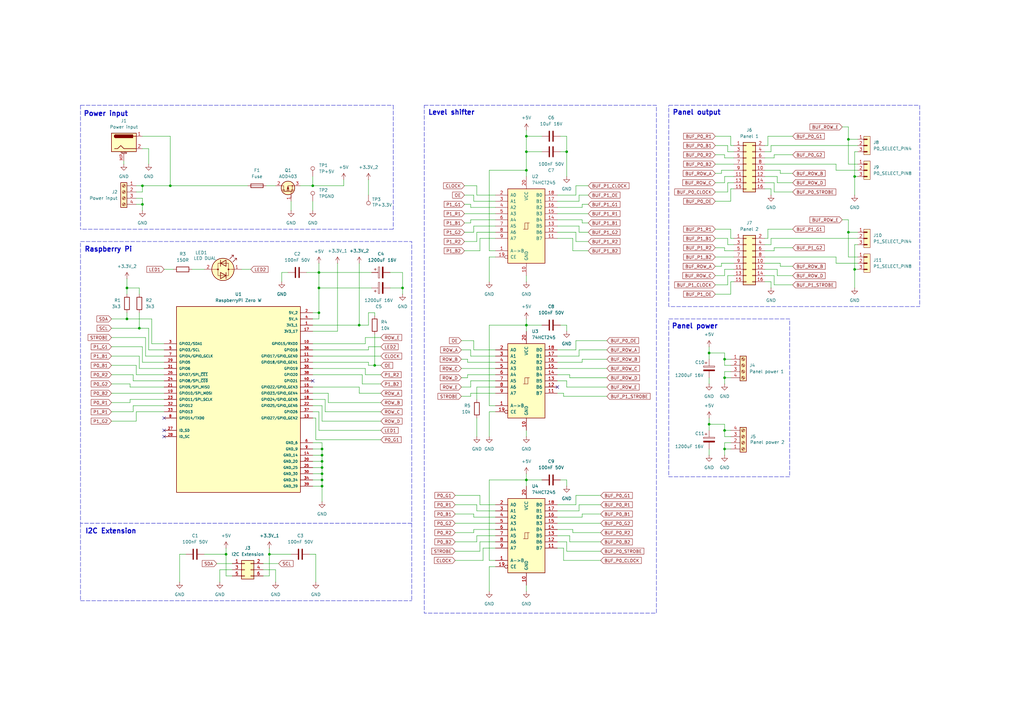
<source format=kicad_sch>
(kicad_sch (version 20231120) (generator "eeschema") (generator_version "8.0")
  (paper "A3")
  (title_block (title "HUB75(E) LED-Matrix Adapter") (date "10.02.2025") (rev "V1.0") (company "Marc Schöndorf"))
  (junction (at 215.9 55.88))
  (junction (at 58.42 83.82))
  (junction (at 290.83 173.99))
  (junction (at 297.18 184.15))
  (junction (at 215.9 69.85))
  (junction (at 165.1 118.11))
  (junction (at 347.98 57.15))
  (junction (at 215.9 133.35))
  (junction (at 52.07 130.81))
  (junction (at 297.18 147.32))
  (junction (at 57.15 134.62))
  (junction (at 132.08 184.15))
  (junction (at 130.81 128.27))
  (junction (at 132.08 196.85))
  (junction (at 69.85 76.2))
  (junction (at 215.9 196.85))
  (junction (at 347.98 95.25))
  (junction (at 147.32 133.35))
  (junction (at 130.81 118.11))
  (junction (at 132.08 194.31))
  (junction (at 110.49 227.33))
  (junction (at 132.08 199.39))
  (junction (at 92.71 227.33))
  (junction (at 350.52 110.49))
  (junction (at 290.83 144.78))
  (junction (at 132.08 189.23))
  (junction (at 232.41 62.23))
  (junction (at 297.18 176.53))
  (junction (at 132.08 191.77))
  (junction (at 132.08 186.69))
  (junction (at 350.52 72.39))
  (junction (at 52.07 118.11))
  (junction (at 153.67 149.86))
  (junction (at 128.27 76.2))
  (junction (at 58.42 76.2))
  (junction (at 215.9 62.23))
  (junction (at 297.18 154.94))
  (junction (at 130.81 111.76))
  (no_connect (at 67.31 171.45))
  (no_connect (at 67.31 179.07))
  (no_connect (at 128.27 156.21))
  (no_connect (at 67.31 176.53))
  (no_connect (at 228.6 158.75))
  (wire (pts (xy 52.07 118.11) (xy 52.07 120.65)))
  (wire (pts (xy 236.22 203.2) (xy 246.38 203.2)))
  (wire (pts (xy 318.77 110.49) (xy 318.77 113.03)))
  (wire (pts (xy 297.18 74.93) (xy 297.18 72.39)))
  (wire (pts (xy 313.69 67.31) (xy 342.9 67.31)))
  (wire (pts (xy 186.69 207.01) (xy 195.58 207.01)))
  (wire (pts (xy 110.49 227.33) (xy 119.38 227.33)))
  (wire (pts (xy 125.73 111.76) (xy 130.81 111.76)))
  (wire (pts (xy 58.42 148.59) (xy 67.31 148.59)))
  (wire (pts (xy 58.42 76.2) (xy 58.42 78.74)))
  (wire (pts (xy 203.2 143.51) (xy 194.31 143.51)))
  (wire (pts (xy 132.08 166.37) (xy 132.08 172.72)))
  (polyline (pts (xy 33.02 214.63) (xy 33.02 246.38)) (stroke (width 0) (type dash)))
  (wire (pts (xy 149.86 151.13) (xy 149.86 153.67)))
  (wire (pts (xy 55.88 78.74) (xy 58.42 78.74)))
  (wire (pts (xy 297.18 154.94) (xy 299.72 154.94)))
  (wire (pts (xy 313.69 107.95) (xy 320.04 107.95)))
  (wire (pts (xy 194.31 80.01) (xy 194.31 82.55)))
  (wire (pts (xy 128.27 199.39) (xy 132.08 199.39)))
  (wire (pts (xy 297.18 149.86) (xy 297.18 147.32)))
  (wire (pts (xy 200.66 196.85) (xy 215.9 196.85)))
  (wire (pts (xy 130.81 128.27) (xy 130.81 118.11)))
  (wire (pts (xy 350.52 110.49) (xy 350.52 118.11)))
  (wire (pts (xy 231.14 161.29) (xy 231.14 162.56)))
  (wire (pts (xy 195.58 171.45) (xy 195.58 179.07)))
  (wire (pts (xy 298.45 74.93) (xy 300.99 74.93)))
  (wire (pts (xy 298.45 78.74) (xy 298.45 74.93)))
  (wire (pts (xy 110.49 224.79) (xy 110.49 227.33)))
  (wire (pts (xy 128.27 194.31) (xy 132.08 194.31)))
  (wire (pts (xy 299.72 152.4) (xy 297.18 152.4)))
  (wire (pts (xy 297.18 147.32) (xy 297.18 144.78)))
  (wire (pts (xy 194.31 143.51) (xy 194.31 139.7)))
  (wire (pts (xy 228.6 209.55) (xy 237.49 209.55)))
  (wire (pts (xy 316.23 97.79) (xy 351.79 97.79)))
  (wire (pts (xy 107.95 231.14) (xy 114.3 231.14)))
  (wire (pts (xy 317.5 113.03) (xy 317.5 116.84)))
  (polyline (pts (xy 33.02 43.18) (xy 161.29 43.18)) (stroke (width 0) (type dash)))
  (wire (pts (xy 115.57 111.76) (xy 115.57 115.57)))
  (wire (pts (xy 151.13 73.66) (xy 151.13 80.01)))
  (wire (pts (xy 90.17 233.68) (xy 95.25 233.68)))
  (wire (pts (xy 313.69 69.85) (xy 320.04 69.85)))
  (wire (pts (xy 129.54 171.45) (xy 129.54 180.34)))
  (wire (pts (xy 237.49 209.55) (xy 237.49 207.01)))
  (wire (pts (xy 195.58 207.01) (xy 195.58 209.55)))
  (wire (pts (xy 45.72 168.91) (xy 54.61 168.91)))
  (wire (pts (xy 342.9 67.31) (xy 342.9 69.85)))
  (wire (pts (xy 233.68 154.94) (xy 248.92 154.94)))
  (wire (pts (xy 215.9 240.03) (xy 215.9 242.57)))
  (wire (pts (xy 237.49 143.51) (xy 248.92 143.51)))
  (wire (pts (xy 189.23 154.94) (xy 191.77 154.94)))
  (wire (pts (xy 194.31 212.09) (xy 203.2 212.09)))
  (wire (pts (xy 238.76 147.32) (xy 248.92 147.32)))
  (wire (pts (xy 92.71 224.79) (xy 92.71 227.33)))
  (wire (pts (xy 62.23 130.81) (xy 62.23 140.97)))
  (wire (pts (xy 342.9 105.41) (xy 342.9 107.95)))
  (wire (pts (xy 234.95 102.87) (xy 241.3 102.87)))
  (wire (pts (xy 290.83 171.45) (xy 290.83 173.99)))
  (wire (pts (xy 238.76 148.59) (xy 238.76 147.32)))
  (wire (pts (xy 196.85 203.2) (xy 196.85 207.01)))
  (wire (pts (xy 95.25 236.22) (xy 92.71 236.22)))
  (wire (pts (xy 228.6 82.55) (xy 237.49 82.55)))
  (wire (pts (xy 69.85 76.2) (xy 101.6 76.2)))
  (wire (pts (xy 130.81 118.11) (xy 152.4 118.11)))
  (wire (pts (xy 236.22 95.25) (xy 236.22 99.06)))
  (wire (pts (xy 290.83 184.15) (xy 290.83 186.69)))
  (wire (pts (xy 237.49 92.71) (xy 237.49 95.25)))
  (wire (pts (xy 350.52 100.33) (xy 350.52 110.49)))
  (wire (pts (xy 132.08 181.61) (xy 132.08 184.15)))
  (wire (pts (xy 298.45 100.33) (xy 300.99 100.33)))
  (wire (pts (xy 313.69 77.47) (xy 316.23 77.47)))
  (wire (pts (xy 128.27 143.51) (xy 151.13 143.51)))
  (wire (pts (xy 191.77 148.59) (xy 203.2 148.59)))
  (wire (pts (xy 313.69 59.69) (xy 314.96 59.69)))
  (wire (pts (xy 118.11 111.76) (xy 115.57 111.76)))
  (wire (pts (xy 194.31 139.7) (xy 189.23 139.7)))
  (wire (pts (xy 55.88 168.91) (xy 67.31 168.91)))
  (wire (pts (xy 299.72 179.07) (xy 297.18 179.07)))
  (wire (pts (xy 148.59 157.48) (xy 156.21 157.48)))
  (wire (pts (xy 347.98 90.17) (xy 347.98 95.25)))
  (wire (pts (xy 132.08 196.85) (xy 132.08 199.39)))
  (wire (pts (xy 238.76 85.09) (xy 238.76 83.82)))
  (wire (pts (xy 78.74 110.49) (xy 83.82 110.49)))
  (wire (pts (xy 59.69 146.05) (xy 67.31 146.05)))
  (wire (pts (xy 194.31 92.71) (xy 194.31 95.25)))
  (wire (pts (xy 195.58 158.75) (xy 203.2 158.75)))
  (wire (pts (xy 73.66 238.76) (xy 73.66 227.33)))
  (wire (pts (xy 186.69 218.44) (xy 194.31 218.44)))
  (wire (pts (xy 69.85 55.88) (xy 69.85 76.2)))
  (wire (pts (xy 215.9 55.88) (xy 215.9 62.23)))
  (wire (pts (xy 203.2 229.87) (xy 200.66 229.87)))
  (wire (pts (xy 132.08 189.23) (xy 132.08 191.77)))
  (wire (pts (xy 234.95 217.17) (xy 234.95 218.44)))
  (wire (pts (xy 200.66 168.91) (xy 200.66 179.07)))
  (wire (pts (xy 195.58 99.06) (xy 190.5 99.06)))
  (wire (pts (xy 198.12 229.87) (xy 186.69 229.87)))
  (wire (pts (xy 130.81 111.76) (xy 130.81 107.95)))
  (wire (pts (xy 233.68 222.25) (xy 246.38 222.25)))
  (wire (pts (xy 57.15 118.11) (xy 57.15 120.65)))
  (wire (pts (xy 54.61 168.91) (xy 54.61 166.37)))
  (wire (pts (xy 297.18 181.61) (xy 297.18 184.15)))
  (wire (pts (xy 132.08 184.15) (xy 132.08 186.69)))
  (wire (pts (xy 193.04 146.05) (xy 203.2 146.05)))
  (wire (pts (xy 186.69 214.63) (xy 203.2 214.63)))
  (wire (pts (xy 203.2 166.37) (xy 200.66 166.37)))
  (wire (pts (xy 53.34 163.83) (xy 67.31 163.83)))
  (wire (pts (xy 228.6 92.71) (xy 237.49 92.71)))
  (wire (pts (xy 203.2 97.79) (xy 196.85 97.79)))
  (wire (pts (xy 203.2 80.01) (xy 195.58 80.01)))
  (wire (pts (xy 128.27 181.61) (xy 132.08 181.61)))
  (wire (pts (xy 151.13 149.86) (xy 153.67 149.86)))
  (wire (pts (xy 293.37 116.84) (xy 298.45 116.84)))
  (wire (pts (xy 293.37 71.12) (xy 295.91 71.12)))
  (wire (pts (xy 196.85 97.79) (xy 196.85 102.87)))
  (wire (pts (xy 347.98 57.15) (xy 351.79 57.15)))
  (wire (pts (xy 53.34 165.1) (xy 53.34 163.83)))
  (polyline (pts (xy 33.02 246.38) (xy 168.91 246.38)) (stroke (width 0) (type dash)))
  (wire (pts (xy 151.13 148.59) (xy 151.13 149.86)))
  (wire (pts (xy 132.08 186.69) (xy 132.08 189.23)))
  (wire (pts (xy 127 227.33) (xy 129.54 227.33)))
  (wire (pts (xy 128.27 133.35) (xy 147.32 133.35)))
  (wire (pts (xy 189.23 151.13) (xy 203.2 151.13)))
  (wire (pts (xy 215.9 194.31) (xy 215.9 196.85)))
  (wire (pts (xy 58.42 142.24) (xy 58.42 148.59)))
  (wire (pts (xy 147.32 107.95) (xy 147.32 133.35)))
  (wire (pts (xy 129.54 180.34) (xy 156.21 180.34)))
  (wire (pts (xy 128.27 82.55) (xy 128.27 86.36)))
  (wire (pts (xy 189.23 143.51) (xy 193.04 143.51)))
  (wire (pts (xy 237.49 207.01) (xy 246.38 207.01)))
  (wire (pts (xy 228.6 146.05) (xy 237.49 146.05)))
  (wire (pts (xy 215.9 62.23) (xy 222.25 62.23)))
  (wire (pts (xy 345.44 52.07) (xy 347.98 52.07)))
  (wire (pts (xy 200.66 69.85) (xy 215.9 69.85)))
  (wire (pts (xy 165.1 111.76) (xy 165.1 118.11)))
  (wire (pts (xy 351.79 67.31) (xy 347.98 67.31)))
  (wire (pts (xy 189.23 158.75) (xy 193.04 158.75)))
  (wire (pts (xy 132.08 172.72) (xy 156.21 172.72)))
  (wire (pts (xy 317.5 78.74) (xy 325.12 78.74)))
  (wire (pts (xy 128.27 130.81) (xy 130.81 130.81)))
  (wire (pts (xy 128.27 168.91) (xy 130.81 168.91)))
  (wire (pts (xy 67.31 158.75) (xy 53.34 158.75)))
  (wire (pts (xy 200.66 242.57) (xy 200.66 232.41)))
  (wire (pts (xy 195.58 80.01) (xy 195.58 76.2)))
  (wire (pts (xy 350.52 72.39) (xy 350.52 80.01)))
  (wire (pts (xy 194.31 95.25) (xy 190.5 95.25)))
  (wire (pts (xy 293.37 97.79) (xy 298.45 97.79)))
  (wire (pts (xy 297.18 110.49) (xy 300.99 110.49)))
  (wire (pts (xy 297.18 152.4) (xy 297.18 154.94)))
  (wire (pts (xy 299.72 55.88) (xy 299.72 59.69)))
  (wire (pts (xy 297.18 181.61) (xy 299.72 181.61)))
  (wire (pts (xy 45.72 153.67) (xy 54.61 153.67)))
  (wire (pts (xy 132.08 199.39) (xy 132.08 205.74)))
  (wire (pts (xy 190.5 91.44) (xy 193.04 91.44)))
  (wire (pts (xy 128.27 163.83) (xy 133.35 163.83)))
  (wire (pts (xy 45.72 165.1) (xy 53.34 165.1)))
  (wire (pts (xy 313.69 102.87) (xy 317.5 102.87)))
  (wire (pts (xy 107.95 233.68) (xy 113.03 233.68)))
  (wire (pts (xy 190.5 87.63) (xy 203.2 87.63)))
  (wire (pts (xy 196.85 207.01) (xy 203.2 207.01)))
  (wire (pts (xy 236.22 143.51) (xy 236.22 139.7)))
  (wire (pts (xy 151.13 128.27) (xy 153.67 128.27)))
  (wire (pts (xy 200.66 102.87) (xy 200.66 69.85)))
  (wire (pts (xy 297.18 63.5) (xy 297.18 64.77)))
  (wire (pts (xy 236.22 80.01) (xy 236.22 76.2)))
  (wire (pts (xy 128.27 158.75) (xy 147.32 158.75)))
  (wire (pts (xy 293.37 101.6) (xy 297.18 101.6)))
  (wire (pts (xy 298.45 113.03) (xy 300.99 113.03)))
  (wire (pts (xy 130.81 130.81) (xy 130.81 128.27)))
  (wire (pts (xy 290.83 142.24) (xy 290.83 144.78)))
  (wire (pts (xy 128.27 191.77) (xy 132.08 191.77)))
  (wire (pts (xy 299.72 97.79) (xy 300.99 97.79)))
  (wire (pts (xy 215.9 176.53) (xy 215.9 179.07)))
  (wire (pts (xy 314.96 93.98) (xy 325.12 93.98)))
  (wire (pts (xy 293.37 82.55) (xy 299.72 82.55)))
  (wire (pts (xy 215.9 53.34) (xy 215.9 55.88)))
  (wire (pts (xy 55.88 172.72) (xy 55.88 168.91)))
  (wire (pts (xy 194.31 82.55) (xy 203.2 82.55)))
  (wire (pts (xy 318.77 72.39) (xy 318.77 74.93)))
  (wire (pts (xy 129.54 227.33) (xy 129.54 238.76)))
  (wire (pts (xy 293.37 120.65) (xy 299.72 120.65)))
  (wire (pts (xy 222.25 196.85) (xy 215.9 196.85)))
  (wire (pts (xy 290.83 154.94) (xy 290.83 157.48)))
  (wire (pts (xy 228.6 148.59) (xy 238.76 148.59)))
  (wire (pts (xy 313.69 115.57) (xy 316.23 115.57)))
  (wire (pts (xy 238.76 91.44) (xy 241.3 91.44)))
  (wire (pts (xy 236.22 207.01) (xy 236.22 203.2)))
  (wire (pts (xy 316.23 115.57) (xy 316.23 118.11)))
  (wire (pts (xy 128.27 148.59) (xy 151.13 148.59)))
  (wire (pts (xy 130.81 168.91) (xy 130.81 176.53)))
  (wire (pts (xy 90.17 238.76) (xy 90.17 233.68)))
  (wire (pts (xy 200.66 105.41) (xy 203.2 105.41)))
  (wire (pts (xy 232.41 156.21) (xy 232.41 158.75)))
  (wire (pts (xy 228.6 207.01) (xy 236.22 207.01)))
  (wire (pts (xy 229.87 133.35) (xy 232.41 133.35)))
  (wire (pts (xy 313.69 97.79) (xy 314.96 97.79)))
  (wire (pts (xy 228.6 90.17) (xy 238.76 90.17)))
  (wire (pts (xy 196.85 222.25) (xy 196.85 226.06)))
  (wire (pts (xy 228.6 153.67) (xy 233.68 153.67)))
  (wire (pts (xy 195.58 209.55) (xy 203.2 209.55)))
  (wire (pts (xy 316.23 100.33) (xy 316.23 97.79)))
  (wire (pts (xy 228.6 161.29) (xy 231.14 161.29)))
  (wire (pts (xy 195.58 219.71) (xy 203.2 219.71)))
  (wire (pts (xy 299.72 93.98) (xy 299.72 97.79)))
  (wire (pts (xy 128.27 153.67) (xy 148.59 153.67)))
  (wire (pts (xy 290.83 173.99) (xy 290.83 176.53)))
  (wire (pts (xy 160.02 111.76) (xy 165.1 111.76)))
  (wire (pts (xy 128.27 184.15) (xy 132.08 184.15)))
  (wire (pts (xy 149.86 153.67) (xy 156.21 153.67)))
  (wire (pts (xy 350.52 62.23) (xy 350.52 72.39)))
  (wire (pts (xy 45.72 161.29) (xy 67.31 161.29)))
  (wire (pts (xy 52.07 130.81) (xy 62.23 130.81)))
  (wire (pts (xy 153.67 149.86) (xy 156.21 149.86)))
  (wire (pts (xy 151.13 142.24) (xy 156.21 142.24)))
  (wire (pts (xy 147.32 161.29) (xy 156.21 161.29)))
  (wire (pts (xy 293.37 109.22) (xy 295.91 109.22)))
  (wire (pts (xy 45.72 172.72) (xy 55.88 172.72)))
  (wire (pts (xy 347.98 67.31) (xy 347.98 57.15)))
  (wire (pts (xy 123.19 76.2) (xy 128.27 76.2)))
  (wire (pts (xy 228.6 97.79) (xy 234.95 97.79)))
  (wire (pts (xy 320.04 109.22) (xy 325.12 109.22)))
  (wire (pts (xy 313.69 110.49) (xy 318.77 110.49)))
  (wire (pts (xy 59.69 138.43) (xy 59.69 146.05)))
  (wire (pts (xy 297.18 184.15) (xy 297.18 186.69)))
  (polyline (pts (xy 168.91 214.63) (xy 168.91 246.38)) (stroke (width 0) (type dash)))
  (wire (pts (xy 228.6 217.17) (xy 234.95 217.17)))
  (wire (pts (xy 194.31 218.44) (xy 194.31 217.17)))
  (wire (pts (xy 232.41 222.25) (xy 232.41 226.06)))
  (wire (pts (xy 317.5 102.87) (xy 317.5 101.6)))
  (wire (pts (xy 88.9 231.14) (xy 95.25 231.14)))
  (wire (pts (xy 317.5 74.93) (xy 317.5 78.74)))
  (wire (pts (xy 54.61 153.67) (xy 54.61 156.21)))
  (wire (pts (xy 50.8 66.04) (xy 50.8 67.31)))
  (wire (pts (xy 215.9 62.23) (xy 215.9 69.85)))
  (wire (pts (xy 153.67 128.27) (xy 153.67 129.54)))
  (wire (pts (xy 299.72 120.65) (xy 299.72 115.57)))
  (wire (pts (xy 228.6 143.51) (xy 236.22 143.51)))
  (wire (pts (xy 314.96 97.79) (xy 314.96 93.98)))
  (wire (pts (xy 110.49 236.22) (xy 107.95 236.22)))
  (wire (pts (xy 190.5 83.82) (xy 193.04 83.82)))
  (wire (pts (xy 194.31 217.17) (xy 203.2 217.17)))
  (wire (pts (xy 290.83 144.78) (xy 290.83 147.32)))
  (wire (pts (xy 229.87 62.23) (xy 232.41 62.23)))
  (wire (pts (xy 313.69 105.41) (xy 342.9 105.41)))
  (wire (pts (xy 57.15 128.27) (xy 57.15 134.62)))
  (wire (pts (xy 215.9 130.81) (xy 215.9 133.35)))
  (wire (pts (xy 290.83 144.78) (xy 297.18 144.78)))
  (wire (pts (xy 193.04 85.09) (xy 203.2 85.09)))
  (wire (pts (xy 236.22 99.06) (xy 241.3 99.06)))
  (wire (pts (xy 233.68 153.67) (xy 233.68 154.94)))
  (wire (pts (xy 193.04 156.21) (xy 203.2 156.21)))
  (wire (pts (xy 231.14 224.79) (xy 231.14 229.87)))
  (wire (pts (xy 53.34 157.48) (xy 45.72 157.48)))
  (wire (pts (xy 128.27 135.89) (xy 138.43 135.89)))
  (wire (pts (xy 191.77 154.94) (xy 191.77 153.67)))
  (wire (pts (xy 200.66 115.57) (xy 200.66 105.41)))
  (wire (pts (xy 238.76 83.82) (xy 241.3 83.82)))
  (wire (pts (xy 53.34 158.75) (xy 53.34 157.48)))
  (wire (pts (xy 57.15 134.62) (xy 60.96 134.62)))
  (wire (pts (xy 293.37 93.98) (xy 299.72 93.98)))
  (wire (pts (xy 57.15 151.13) (xy 67.31 151.13)))
  (wire (pts (xy 228.6 214.63) (xy 246.38 214.63)))
  (wire (pts (xy 128.27 128.27) (xy 130.81 128.27)))
  (wire (pts (xy 73.66 227.33) (xy 76.2 227.33)))
  (wire (pts (xy 297.18 176.53) (xy 297.18 173.99)))
  (wire (pts (xy 297.18 113.03) (xy 297.18 110.49)))
  (wire (pts (xy 45.72 138.43) (xy 59.69 138.43)))
  (wire (pts (xy 298.45 97.79) (xy 298.45 100.33)))
  (wire (pts (xy 52.07 118.11) (xy 57.15 118.11)))
  (wire (pts (xy 45.72 134.62) (xy 57.15 134.62)))
  (wire (pts (xy 55.88 76.2) (xy 58.42 76.2)))
  (wire (pts (xy 228.6 156.21) (xy 232.41 156.21)))
  (wire (pts (xy 200.66 166.37) (xy 200.66 133.35)))
  (wire (pts (xy 298.45 59.69) (xy 298.45 62.23)))
  (wire (pts (xy 165.1 118.11) (xy 165.1 120.65)))
  (wire (pts (xy 295.91 109.22) (xy 295.91 107.95)))
  (wire (pts (xy 297.18 102.87) (xy 300.99 102.87)))
  (wire (pts (xy 60.96 60.96) (xy 60.96 67.31)))
  (wire (pts (xy 55.88 83.82) (xy 58.42 83.82)))
  (wire (pts (xy 320.04 69.85) (xy 320.04 71.12)))
  (wire (pts (xy 60.96 143.51) (xy 67.31 143.51)))
  (wire (pts (xy 228.6 212.09) (xy 238.76 212.09)))
  (wire (pts (xy 198.12 224.79) (xy 198.12 229.87)))
  (wire (pts (xy 133.35 163.83) (xy 133.35 168.91)))
  (wire (pts (xy 195.58 76.2) (xy 190.5 76.2)))
  (wire (pts (xy 190.5 80.01) (xy 194.31 80.01)))
  (wire (pts (xy 293.37 55.88) (xy 299.72 55.88)))
  (wire (pts (xy 60.96 134.62) (xy 60.96 143.51)))
  (wire (pts (xy 313.69 100.33) (xy 316.23 100.33)))
  (wire (pts (xy 193.04 91.44) (xy 193.04 90.17)))
  (wire (pts (xy 317.5 101.6) (xy 325.12 101.6)))
  (wire (pts (xy 229.87 196.85) (xy 232.41 196.85)))
  (wire (pts (xy 350.52 72.39) (xy 351.79 72.39)))
  (wire (pts (xy 149.86 138.43) (xy 156.21 138.43)))
  (wire (pts (xy 134.62 161.29) (xy 134.62 165.1)))
  (wire (pts (xy 351.79 105.41) (xy 347.98 105.41)))
  (wire (pts (xy 215.9 196.85) (xy 215.9 199.39)))
  (wire (pts (xy 297.18 173.99) (xy 290.83 173.99)))
  (wire (pts (xy 130.81 118.11) (xy 130.81 111.76)))
  (wire (pts (xy 128.27 166.37) (xy 132.08 166.37)))
  (wire (pts (xy 297.18 179.07) (xy 297.18 176.53)))
  (wire (pts (xy 128.27 146.05) (xy 156.21 146.05)))
  (wire (pts (xy 196.85 102.87) (xy 190.5 102.87)))
  (wire (pts (xy 313.69 113.03) (xy 317.5 113.03)))
  (wire (pts (xy 222.25 133.35) (xy 215.9 133.35)))
  (wire (pts (xy 203.2 161.29) (xy 193.04 161.29)))
  (wire (pts (xy 229.87 55.88) (xy 232.41 55.88)))
  (wire (pts (xy 119.38 82.55) (xy 119.38 86.36)))
  (wire (pts (xy 113.03 233.68) (xy 113.03 238.76)))
  (wire (pts (xy 151.13 133.35) (xy 151.13 128.27)))
  (wire (pts (xy 189.23 147.32) (xy 191.77 147.32)))
  (wire (pts (xy 313.69 72.39) (xy 318.77 72.39)))
  (wire (pts (xy 52.07 114.3) (xy 52.07 118.11)))
  (wire (pts (xy 55.88 153.67) (xy 67.31 153.67)))
  (wire (pts (xy 232.41 62.23) (xy 232.41 72.39)))
  (wire (pts (xy 295.91 107.95) (xy 300.99 107.95)))
  (wire (pts (xy 193.04 162.56) (xy 193.04 161.29)))
  (wire (pts (xy 313.69 64.77) (xy 317.5 64.77)))
  (wire (pts (xy 55.88 149.86) (xy 55.88 153.67)))
  (wire (pts (xy 234.95 97.79) (xy 234.95 102.87)))
  (wire (pts (xy 342.9 107.95) (xy 351.79 107.95)))
  (wire (pts (xy 299.72 82.55) (xy 299.72 77.47)))
  (wire (pts (xy 232.41 133.35) (xy 232.41 135.89)))
  (polyline (pts (xy 33.02 43.18) (xy 33.02 93.98)) (stroke (width 0) (type dash)))
  (wire (pts (xy 58.42 83.82) (xy 58.42 86.36)))
  (wire (pts (xy 151.13 143.51) (xy 151.13 142.24)))
  (wire (pts (xy 237.49 82.55) (xy 237.49 80.01)))
  (wire (pts (xy 148.59 153.67) (xy 148.59 157.48)))
  (wire (pts (xy 347.98 52.07) (xy 347.98 57.15)))
  (wire (pts (xy 133.35 168.91) (xy 156.21 168.91)))
  (wire (pts (xy 298.45 116.84) (xy 298.45 113.03)))
  (wire (pts (xy 45.72 149.86) (xy 55.88 149.86)))
  (wire (pts (xy 232.41 196.85) (xy 232.41 199.39)))
  (wire (pts (xy 293.37 113.03) (xy 297.18 113.03)))
  (wire (pts (xy 351.79 62.23) (xy 350.52 62.23)))
  (wire (pts (xy 58.42 76.2) (xy 69.85 76.2)))
  (wire (pts (xy 92.71 227.33) (xy 92.71 236.22)))
  (wire (pts (xy 186.69 222.25) (xy 195.58 222.25)))
  (wire (pts (xy 228.6 222.25) (xy 232.41 222.25)))
  (wire (pts (xy 293.37 74.93) (xy 297.18 74.93)))
  (wire (pts (xy 193.04 162.56) (xy 189.23 162.56)))
  (wire (pts (xy 215.9 133.35) (xy 215.9 135.89)))
  (wire (pts (xy 320.04 107.95) (xy 320.04 109.22)))
  (wire (pts (xy 318.77 74.93) (xy 325.12 74.93)))
  (wire (pts (xy 99.06 110.49) (xy 102.87 110.49)))
  (wire (pts (xy 237.49 146.05) (xy 237.49 143.51)))
  (wire (pts (xy 236.22 76.2) (xy 241.3 76.2)))
  (wire (pts (xy 128.27 151.13) (xy 149.86 151.13)))
  (wire (pts (xy 128.27 161.29) (xy 134.62 161.29)))
  (wire (pts (xy 342.9 69.85) (xy 351.79 69.85)))
  (wire (pts (xy 54.61 156.21) (xy 67.31 156.21)))
  (wire (pts (xy 293.37 59.69) (xy 298.45 59.69)))
  (wire (pts (xy 313.69 74.93) (xy 317.5 74.93)))
  (wire (pts (xy 215.9 113.03) (xy 215.9 115.57)))
  (wire (pts (xy 297.18 101.6) (xy 297.18 102.87)))
  (wire (pts (xy 297.18 184.15) (xy 299.72 184.15)))
  (wire (pts (xy 237.49 95.25) (xy 241.3 95.25)))
  (wire (pts (xy 299.72 115.57) (xy 300.99 115.57)))
  (wire (pts (xy 132.08 194.31) (xy 132.08 196.85)))
  (wire (pts (xy 130.81 176.53) (xy 156.21 176.53)))
  (wire (pts (xy 347.98 105.41) (xy 347.98 95.25)))
  (wire (pts (xy 200.66 229.87) (xy 200.66 196.85)))
  (wire (pts (xy 228.6 224.79) (xy 231.14 224.79)))
  (polyline (pts (xy 161.29 93.98) (xy 33.02 93.98)) (stroke (width 0) (type dash)))
  (wire (pts (xy 236.22 139.7) (xy 248.92 139.7)))
  (wire (pts (xy 314.96 59.69) (xy 314.96 55.88)))
  (wire (pts (xy 147.32 133.35) (xy 151.13 133.35)))
  (wire (pts (xy 191.77 147.32) (xy 191.77 148.59)))
  (wire (pts (xy 186.69 210.82) (xy 194.31 210.82)))
  (wire (pts (xy 45.72 130.81) (xy 52.07 130.81)))
  (wire (pts (xy 347.98 95.25) (xy 351.79 95.25)))
  (wire (pts (xy 228.6 80.01) (xy 236.22 80.01)))
  (wire (pts (xy 232.41 226.06) (xy 246.38 226.06)))
  (wire (pts (xy 134.62 165.1) (xy 156.21 165.1)))
  (wire (pts (xy 67.31 110.49) (xy 71.12 110.49)))
  (wire (pts (xy 193.04 90.17) (xy 203.2 90.17)))
  (wire (pts (xy 110.49 227.33) (xy 110.49 236.22)))
  (wire (pts (xy 57.15 146.05) (xy 57.15 151.13)))
  (wire (pts (xy 297.18 72.39) (xy 300.99 72.39)))
  (wire (pts (xy 195.58 95.25) (xy 195.58 99.06)))
  (wire (pts (xy 320.04 71.12) (xy 325.12 71.12)))
  (wire (pts (xy 138.43 107.95) (xy 138.43 135.89)))
  (wire (pts (xy 350.52 110.49) (xy 351.79 110.49)))
  (wire (pts (xy 62.23 140.97) (xy 67.31 140.97)))
  (wire (pts (xy 316.23 62.23) (xy 316.23 59.69)))
  (wire (pts (xy 128.27 76.2) (xy 140.97 76.2)))
  (wire (pts (xy 293.37 67.31) (xy 300.99 67.31)))
  (wire (pts (xy 228.6 95.25) (xy 236.22 95.25)))
  (wire (pts (xy 228.6 87.63) (xy 241.3 87.63)))
  (wire (pts (xy 58.42 55.88) (xy 69.85 55.88)))
  (wire (pts (xy 54.61 166.37) (xy 67.31 166.37)))
  (wire (pts (xy 299.72 149.86) (xy 297.18 149.86)))
  (wire (pts (xy 194.31 210.82) (xy 194.31 212.09)))
  (wire (pts (xy 237.49 80.01) (xy 241.3 80.01)))
  (wire (pts (xy 228.6 219.71) (xy 233.68 219.71)))
  (wire (pts (xy 191.77 153.67) (xy 203.2 153.67)))
  (wire (pts (xy 238.76 210.82) (xy 246.38 210.82)))
  (wire (pts (xy 132.08 191.77) (xy 132.08 194.31)))
  (wire (pts (xy 297.18 176.53) (xy 299.72 176.53)))
  (wire (pts (xy 147.32 158.75) (xy 147.32 161.29)))
  (wire (pts (xy 128.27 171.45) (xy 129.54 171.45)))
  (wire (pts (xy 58.42 60.96) (xy 60.96 60.96)))
  (wire (pts (xy 232.41 158.75) (xy 248.92 158.75)))
  (wire (pts (xy 228.6 151.13) (xy 248.92 151.13)))
  (wire (pts (xy 351.79 100.33) (xy 350.52 100.33)))
  (wire (pts (xy 293.37 105.41) (xy 300.99 105.41)))
  (wire (pts (xy 128.27 189.23) (xy 132.08 189.23)))
  (wire (pts (xy 160.02 118.11) (xy 165.1 118.11)))
  (wire (pts (xy 193.04 83.82) (xy 193.04 85.09)))
  (wire (pts (xy 318.77 113.03) (xy 325.12 113.03)))
  (wire (pts (xy 45.72 142.24) (xy 58.42 142.24)))
  (wire (pts (xy 200.66 232.41) (xy 203.2 232.41)))
  (wire (pts (xy 345.44 90.17) (xy 347.98 90.17)))
  (wire (pts (xy 297.18 64.77) (xy 300.99 64.77)))
  (wire (pts (xy 195.58 222.25) (xy 195.58 219.71)))
  (wire (pts (xy 233.68 219.71) (xy 233.68 222.25)))
  (wire (pts (xy 295.91 69.85) (xy 300.99 69.85)))
  (wire (pts (xy 203.2 102.87) (xy 200.66 102.87)))
  (wire (pts (xy 83.82 227.33) (xy 92.71 227.33)))
  (wire (pts (xy 317.5 63.5) (xy 325.12 63.5)))
  (wire (pts (xy 228.6 85.09) (xy 238.76 85.09)))
  (wire (pts (xy 293.37 78.74) (xy 298.45 78.74)))
  (wire (pts (xy 232.41 55.88) (xy 232.41 62.23)))
  (wire (pts (xy 317.5 64.77) (xy 317.5 63.5)))
  (wire (pts (xy 55.88 81.28) (xy 58.42 81.28)))
  (wire (pts (xy 140.97 76.2) (xy 140.97 73.66)))
  (wire (pts (xy 234.95 218.44) (xy 246.38 218.44)))
  (wire (pts (xy 314.96 55.88) (xy 325.12 55.88)))
  (wire (pts (xy 293.37 63.5) (xy 297.18 63.5)))
  (wire (pts (xy 109.22 76.2) (xy 113.03 76.2)))
  (wire (pts (xy 128.27 196.85) (xy 132.08 196.85)))
  (wire (pts (xy 203.2 224.79) (xy 198.12 224.79)))
  (wire (pts (xy 45.72 146.05) (xy 57.15 146.05)))
  (wire (pts (xy 297.18 147.32) (xy 299.72 147.32)))
  (wire (pts (xy 238.76 212.09) (xy 238.76 210.82)))
  (wire (pts (xy 317.5 116.84) (xy 325.12 116.84)))
  (wire (pts (xy 130.81 111.76) (xy 152.4 111.76)))
  (wire (pts (xy 200.66 168.91) (xy 203.2 168.91)))
  (wire (pts (xy 297.18 157.48) (xy 297.18 154.94)))
  (wire (pts (xy 149.86 140.97) (xy 149.86 138.43)))
  (wire (pts (xy 153.67 137.16) (xy 153.67 149.86)))
  (polyline (pts (xy 161.29 43.18) (xy 161.29 93.98)) (stroke (width 0) (type dash)))
  (wire (pts (xy 193.04 143.51) (xy 193.04 146.05)))
  (wire (pts (xy 128.27 140.97) (xy 149.86 140.97)))
  (wire (pts (xy 299.72 59.69) (xy 300.99 59.69)))
  (wire (pts (xy 316.23 59.69) (xy 351.79 59.69)))
  (wire (pts (xy 58.42 81.28) (xy 58.42 83.82)))
  (wire (pts (xy 299.72 77.47) (xy 300.99 77.47)))
  (wire (pts (xy 186.69 203.2) (xy 196.85 203.2)))
  (wire (pts (xy 313.69 62.23) (xy 316.23 62.23)))
  (wire (pts (xy 128.27 186.69) (xy 132.08 186.69)))
  (wire (pts (xy 128.27 72.39) (xy 128.27 76.2)))
  (wire (pts (xy 193.04 158.75) (xy 193.04 156.21)))
  (wire (pts (xy 52.07 128.27) (xy 52.07 130.81)))
  (wire (pts (xy 200.66 133.35) (xy 215.9 133.35)))
  (wire (pts (xy 203.2 222.25) (xy 196.85 222.25)))
  (wire (pts (xy 196.85 226.06) (xy 186.69 226.06)))
  (wire (pts (xy 231.14 229.87) (xy 246.38 229.87)))
  (wire (pts (xy 203.2 95.25) (xy 195.58 95.25)))
  (wire (pts (xy 195.58 158.75) (xy 195.58 163.83)))
  (wire (pts (xy 295.91 71.12) (xy 295.91 69.85)))
  (wire (pts (xy 203.2 92.71) (xy 194.31 92.71)))
  (wire (pts (xy 298.45 62.23) (xy 300.99 62.23)))
  (wire (pts (xy 238.76 90.17) (xy 238.76 91.44)))
  (wire (pts (xy 215.9 69.85) (xy 215.9 72.39)))
  (wire (pts (xy 231.14 162.56) (xy 248.92 162.56)))
  (wire (pts (xy 316.23 77.47) (xy 316.23 80.01)))
  (wire (pts (xy 215.9 55.88) (xy 222.25 55.88)))
  (rectangle (start 173.99 43.18) (end 269.24 251.46) (stroke (width 0) (type dash)))
  (rectangle (start 33.02 99.06) (end 168.91 214.63) (stroke (width 0) (type dash)))
  (rectangle (start 274.32 43.18) (end 377.19 125.73) (stroke (width 0) (type dash)))
  (rectangle (start 274.32 130.81) (end 323.85 195.58) (stroke (width 0) (type dash)))
  (text "Raspberry Pi" (at 44.45 102.362 0) (effects (font (size 2 2) (thickness 0.4) (bold yes))))
  (text "I2C Extension" (at 45.466 217.932 0) (effects (font (size 2 2) (thickness 0.4) (bold yes))))
  (text "Power input" (at 43.434 46.736 0) (effects (font (size 2 2) (thickness 0.4) (bold yes))))
  (text "Panel output" (at 285.75 46.228 0) (effects (font (size 2 2) (thickness 0.4) (bold yes))))
  (text "Level shifter" (at 185.166 46.228 0) (effects (font (size 2 2) (thickness 0.4) (bold yes))))
  (text "Panel power" (at 284.988 133.858 0) (effects (font (size 2 2) (thickness 0.4) (bold yes))))
  (global_label "ROW_C" (shape input) (at 189.23 151.13 180) (property "Intersheetrefs" "${INTERSHEET_REFS}" (effects (hide yes))))
  (global_label "SDA" (shape input) (at 45.72 130.81 180) (property "Intersheetrefs" "${INTERSHEET_REFS}" (effects (hide yes))))
  (global_label "BUF_P0_STROBE" (shape input) (at 325.12 78.74 0) (property "Intersheetrefs" "${INTERSHEET_REFS}" (effects (hide yes))))
  (global_label "ROW_E" (shape input) (at 156.21 138.43 0) (property "Intersheetrefs" "${INTERSHEET_REFS}" (effects (hide yes))))
  (global_label "P1_B1" (shape input) (at 190.5 91.44 180) (property "Intersheetrefs" "${INTERSHEET_REFS}" (effects (hide yes))))
  (global_label "BUF_P1_R1" (shape input) (at 293.37 93.98 180) (property "Intersheetrefs" "${INTERSHEET_REFS}" (effects (hide yes))))
  (global_label "P0_R2" (shape input) (at 186.69 218.44 180) (property "Intersheetrefs" "${INTERSHEET_REFS}" (effects (hide yes))))
  (global_label "BUF_P1_STROBE" (shape input) (at 248.92 162.56 0) (property "Intersheetrefs" "${INTERSHEET_REFS}" (effects (hide yes))))
  (global_label "BUF_P0_CLOCK" (shape input) (at 246.38 229.87 0) (property "Intersheetrefs" "${INTERSHEET_REFS}" (effects (hide yes))))
  (global_label "LED1" (shape input) (at 156.21 176.53 0) (property "Intersheetrefs" "${INTERSHEET_REFS}" (effects (hide yes))))
  (global_label "BUF_P1_B1" (shape input) (at 293.37 97.79 180) (property "Intersheetrefs" "${INTERSHEET_REFS}" (effects (hide yes))))
  (global_label "P0_G2" (shape input) (at 45.72 157.48 180) (property "Intersheetrefs" "${INTERSHEET_REFS}" (effects (hide yes))))
  (global_label "BUF_P0_B2" (shape input) (at 293.37 67.31 180) (property "Intersheetrefs" "${INTERSHEET_REFS}" (effects (hide yes))))
  (global_label "BUF_ROW_D" (shape input) (at 325.12 74.93 0) (property "Intersheetrefs" "${INTERSHEET_REFS}" (effects (hide yes))))
  (global_label "ROW_C" (shape input) (at 156.21 168.91 0) (property "Intersheetrefs" "${INTERSHEET_REFS}" (effects (hide yes))))
  (global_label "P0_G1" (shape input) (at 186.69 203.2 180) (property "Intersheetrefs" "${INTERSHEET_REFS}" (effects (hide yes))))
  (global_label "BUF_P1_G1" (shape input) (at 241.3 83.82 0) (property "Intersheetrefs" "${INTERSHEET_REFS}" (effects (hide yes))))
  (global_label "BUF_P1_R2" (shape input) (at 241.3 99.06 0) (property "Intersheetrefs" "${INTERSHEET_REFS}" (effects (hide yes))))
  (global_label "BUF_ROW_B" (shape input) (at 325.12 71.12 0) (property "Intersheetrefs" "${INTERSHEET_REFS}" (effects (hide yes))))
  (global_label "P0_R1" (shape input) (at 186.69 207.01 180) (property "Intersheetrefs" "${INTERSHEET_REFS}" (effects (hide yes))))
  (global_label "P0_B1" (shape input) (at 186.69 210.82 180) (property "Intersheetrefs" "${INTERSHEET_REFS}" (effects (hide yes))))
  (global_label "ROW_B" (shape input) (at 156.21 165.1 0) (property "Intersheetrefs" "${INTERSHEET_REFS}" (effects (hide yes))))
  (global_label "ROW_A" (shape input) (at 156.21 161.29 0) (property "Intersheetrefs" "${INTERSHEET_REFS}" (effects (hide yes))))
  (global_label "BUF_P1_STROBE" (shape input) (at 325.12 116.84 0) (property "Intersheetrefs" "${INTERSHEET_REFS}" (effects (hide yes))))
  (global_label "BUF_P0_B1" (shape input) (at 246.38 210.82 0) (property "Intersheetrefs" "${INTERSHEET_REFS}" (effects (hide yes))))
  (global_label "BUF_ROW_C" (shape input) (at 293.37 113.03 180) (property "Intersheetrefs" "${INTERSHEET_REFS}" (effects (hide yes))))
  (global_label "BUF_ROW_E" (shape input) (at 345.44 52.07 180) (property "Intersheetrefs" "${INTERSHEET_REFS}" (effects (hide yes))))
  (global_label "BUF_ROW_C" (shape input) (at 293.37 74.93 180) (property "Intersheetrefs" "${INTERSHEET_REFS}" (effects (hide yes))))
  (global_label "BUF_P0_G1" (shape input) (at 246.38 203.2 0) (property "Intersheetrefs" "${INTERSHEET_REFS}" (effects (hide yes))))
  (global_label "ROW_A" (shape input) (at 189.23 143.51 180) (property "Intersheetrefs" "${INTERSHEET_REFS}" (effects (hide yes))))
  (global_label "ROW_D" (shape input) (at 156.21 172.72 0) (property "Intersheetrefs" "${INTERSHEET_REFS}" (effects (hide yes))))
  (global_label "ROW_B" (shape input) (at 189.23 147.32 180) (property "Intersheetrefs" "${INTERSHEET_REFS}" (effects (hide yes))))
  (global_label "SCL" (shape input) (at 114.3 231.14 0) (property "Intersheetrefs" "${INTERSHEET_REFS}" (effects (hide yes))))
  (global_label "LED2" (shape input) (at 102.87 110.49 0) (property "Intersheetrefs" "${INTERSHEET_REFS}" (effects (hide yes))))
  (global_label "BUF_P1_R1" (shape input) (at 241.3 87.63 0) (property "Intersheetrefs" "${INTERSHEET_REFS}" (effects (hide yes))))
  (global_label "P0_G2" (shape input) (at 186.69 214.63 180) (property "Intersheetrefs" "${INTERSHEET_REFS}" (effects (hide yes))))
  (global_label "STROBE" (shape input) (at 45.72 138.43 180) (property "Intersheetrefs" "${INTERSHEET_REFS}" (effects (hide yes))))
  (global_label "P1_G1" (shape input) (at 45.72 142.24 180) (property "Intersheetrefs" "${INTERSHEET_REFS}" (effects (hide yes))))
  (global_label "BUF_P0_G2" (shape input) (at 246.38 214.63 0) (property "Intersheetrefs" "${INTERSHEET_REFS}" (effects (hide yes))))
  (global_label "P1_B1" (shape input) (at 45.72 146.05 180) (property "Intersheetrefs" "${INTERSHEET_REFS}" (effects (hide yes))))
  (global_label "CLOCK" (shape input) (at 186.69 229.87 180) (property "Intersheetrefs" "${INTERSHEET_REFS}" (effects (hide yes))))
  (global_label "BUF_P1_OE" (shape input) (at 241.3 80.01 0) (property "Intersheetrefs" "${INTERSHEET_REFS}" (effects (hide yes))))
  (global_label "STROBE" (shape input) (at 186.69 226.06 180) (property "Intersheetrefs" "${INTERSHEET_REFS}" (effects (hide yes))))
  (global_label "P1_G1" (shape input) (at 190.5 83.82 180) (property "Intersheetrefs" "${INTERSHEET_REFS}" (effects (hide yes))))
  (global_label "BUF_P1_G2" (shape input) (at 325.12 101.6 0) (property "Intersheetrefs" "${INTERSHEET_REFS}" (effects (hide yes))))
  (global_label "BUF_P1_OE" (shape input) (at 293.37 120.65 180) (property "Intersheetrefs" "${INTERSHEET_REFS}" (effects (hide yes))))
  (global_label "BUF_ROW_A" (shape input) (at 293.37 109.22 180) (property "Intersheetrefs" "${INTERSHEET_REFS}" (effects (hide yes))))
  (global_label "ROW_D" (shape input) (at 189.23 154.94 180) (property "Intersheetrefs" "${INTERSHEET_REFS}" (effects (hide yes))))
  (global_label "BUF_ROW_B" (shape input) (at 325.12 109.22 0) (property "Intersheetrefs" "${INTERSHEET_REFS}" (effects (hide yes))))
  (global_label "P0_R1" (shape input) (at 45.72 165.1 180) (property "Intersheetrefs" "${INTERSHEET_REFS}" (effects (hide yes))))
  (global_label "CLOCK" (shape input) (at 190.5 76.2 180) (property "Intersheetrefs" "${INTERSHEET_REFS}" (effects (hide yes))))
  (global_label "BUF_P1_G1" (shape input) (at 325.12 93.98 0) (property "Intersheetrefs" "${INTERSHEET_REFS}" (effects (hide yes))))
  (global_label "CLOCK" (shape input) (at 156.21 146.05 0) (property "Intersheetrefs" "${INTERSHEET_REFS}" (effects (hide yes))))
  (global_label "BUF_P1_CLOCK" (shape input) (at 241.3 76.2 0) (property "Intersheetrefs" "${INTERSHEET_REFS}" (effects (hide yes))))
  (global_label "P0_B2" (shape input) (at 186.69 222.25 180) (property "Intersheetrefs" "${INTERSHEET_REFS}" (effects (hide yes))))
  (global_label "BUF_ROW_E" (shape input) (at 248.92 158.75 0) (property "Intersheetrefs" "${INTERSHEET_REFS}" (effects (hide yes))))
  (global_label "P1_R2" (shape input) (at 156.21 153.67 0) (property "Intersheetrefs" "${INTERSHEET_REFS}" (effects (hide yes))))
  (global_label "P0_B1" (shape input) (at 45.72 149.86 180) (property "Intersheetrefs" "${INTERSHEET_REFS}" (effects (hide yes))))
  (global_label "BUF_P0_G1" (shape input) (at 325.12 55.88 0) (property "Intersheetrefs" "${INTERSHEET_REFS}" (effects (hide yes))))
  (global_label "BUF_P0_R1" (shape input) (at 293.37 55.88 180) (property "Intersheetrefs" "${INTERSHEET_REFS}" (effects (hide yes))))
  (global_label "LED2" (shape input) (at 156.21 142.24 0) (property "Intersheetrefs" "${INTERSHEET_REFS}" (effects (hide yes))))
  (global_label "BUF_P0_CLOCK" (shape input) (at 293.37 78.74 180) (property "Intersheetrefs" "${INTERSHEET_REFS}" (effects (hide yes))))
  (global_label "BUF_P0_R1" (shape input) (at 246.38 207.01 0) (property "Intersheetrefs" "${INTERSHEET_REFS}" (effects (hide yes))))
  (global_label "BUF_ROW_A" (shape input) (at 248.92 143.51 0) (property "Intersheetrefs" "${INTERSHEET_REFS}" (effects (hide yes))))
  (global_label "P0_R2" (shape input) (at 45.72 153.67 180) (property "Intersheetrefs" "${INTERSHEET_REFS}" (effects (hide yes))))
  (global_label "ROW_E" (shape input) (at 189.23 158.75 180) (property "Intersheetrefs" "${INTERSHEET_REFS}" (effects (hide yes))))
  (global_label "STROBE" (shape input) (at 189.23 162.56 180) (property "Intersheetrefs" "${INTERSHEET_REFS}" (effects (hide yes))))
  (global_label "BUF_P1_R2" (shape input) (at 293.37 101.6 180) (property "Intersheetrefs" "${INTERSHEET_REFS}" (effects (hide yes))))
  (global_label "BUF_P1_B2" (shape input) (at 241.3 102.87 0) (property "Intersheetrefs" "${INTERSHEET_REFS}" (effects (hide yes))))
  (global_label "SDA" (shape input) (at 88.9 231.14 180) (property "Intersheetrefs" "${INTERSHEET_REFS}" (effects (hide yes))))
  (global_label "BUF_ROW_E" (shape input) (at 345.44 90.17 180) (property "Intersheetrefs" "${INTERSHEET_REFS}" (effects (hide yes))))
  (global_label "BUF_P1_CLOCK" (shape input) (at 293.37 116.84 180) (property "Intersheetrefs" "${INTERSHEET_REFS}" (effects (hide yes))))
  (global_label "BUF_ROW_B" (shape input) (at 248.92 147.32 0) (property "Intersheetrefs" "${INTERSHEET_REFS}" (effects (hide yes))))
  (global_label "BUF_ROW_C" (shape input) (at 248.92 151.13 0) (property "Intersheetrefs" "${INTERSHEET_REFS}" (effects (hide yes))))
  (global_label "P0_B2" (shape input) (at 45.72 161.29 180) (property "Intersheetrefs" "${INTERSHEET_REFS}" (effects (hide yes))))
  (global_label "BUF_ROW_D" (shape input) (at 248.92 154.94 0) (property "Intersheetrefs" "${INTERSHEET_REFS}" (effects (hide yes))))
  (global_label "BUF_P0_G2" (shape input) (at 325.12 63.5 0) (property "Intersheetrefs" "${INTERSHEET_REFS}" (effects (hide yes))))
  (global_label "BUF_P0_R2" (shape input) (at 293.37 63.5 180) (property "Intersheetrefs" "${INTERSHEET_REFS}" (effects (hide yes))))
  (global_label "BUF_ROW_D" (shape input) (at 325.12 113.03 0) (property "Intersheetrefs" "${INTERSHEET_REFS}" (effects (hide yes))))
  (global_label "P1_G2" (shape input) (at 190.5 95.25 180) (property "Intersheetrefs" "${INTERSHEET_REFS}" (effects (hide yes))))
  (global_label "P1_R1" (shape input) (at 45.72 168.91 180) (property "Intersheetrefs" "${INTERSHEET_REFS}" (effects (hide yes))))
  (global_label "BUF_P0_OE" (shape input) (at 248.92 139.7 0) (property "Intersheetrefs" "${INTERSHEET_REFS}" (effects (hide yes))))
  (global_label "P0_G1" (shape input) (at 156.21 180.34 0) (property "Intersheetrefs" "${INTERSHEET_REFS}" (effects (hide yes))))
  (global_label "LED1" (shape input) (at 67.31 110.49 180) (property "Intersheetrefs" "${INTERSHEET_REFS}" (effects (hide yes))))
  (global_label "P1_G2" (shape input) (at 45.72 172.72 180) (property "Intersheetrefs" "${INTERSHEET_REFS}" (effects (hide yes))))
  (global_label "OE" (shape input) (at 189.23 139.7 180) (property "Intersheetrefs" "${INTERSHEET_REFS}" (effects (hide yes))))
  (global_label "BUF_P1_B1" (shape input) (at 241.3 91.44 0) (property "Intersheetrefs" "${INTERSHEET_REFS}" (effects (hide yes))))
  (global_label "BUF_P0_OE" (shape input) (at 293.37 82.55 180) (property "Intersheetrefs" "${INTERSHEET_REFS}" (effects (hide yes))))
  (global_label "SCL" (shape input) (at 45.72 134.62 180) (property "Intersheetrefs" "${INTERSHEET_REFS}" (effects (hide yes))))
  (global_label "OE" (shape input) (at 190.5 80.01 180) (property "Intersheetrefs" "${INTERSHEET_REFS}" (effects (hide yes))))
  (global_label "P1_R1" (shape input) (at 190.5 87.63 180) (property "Intersheetrefs" "${INTERSHEET_REFS}" (effects (hide yes))))
  (global_label "BUF_P1_G2" (shape input) (at 241.3 95.25 0) (property "Intersheetrefs" "${INTERSHEET_REFS}" (effects (hide yes))))
  (global_label "BUF_P0_B1" (shape input) (at 293.37 59.69 180) (property "Intersheetrefs" "${INTERSHEET_REFS}" (effects (hide yes))))
  (global_label "OE" (shape input) (at 156.21 149.86 0) (property "Intersheetrefs" "${INTERSHEET_REFS}" (effects (hide yes))))
  (global_label "P1_B2" (shape input) (at 190.5 102.87 180) (property "Intersheetrefs" "${INTERSHEET_REFS}" (effects (hide yes))))
  (global_label "BUF_P0_B2" (shape input) (at 246.38 222.25 0) (property "Intersheetrefs" "${INTERSHEET_REFS}" (effects (hide yes))))
  (global_label "P1_R2" (shape input) (at 190.5 99.06 180) (property "Intersheetrefs" "${INTERSHEET_REFS}" (effects (hide yes))))
  (global_label "BUF_P0_STROBE" (shape input) (at 246.38 226.06 0) (property "Intersheetrefs" "${INTERSHEET_REFS}" (effects (hide yes))))
  (global_label "BUF_P1_B2" (shape input) (at 293.37 105.41 180) (property "Intersheetrefs" "${INTERSHEET_REFS}" (effects (hide yes))))
  (global_label "P1_B2" (shape input) (at 156.21 157.48 0) (property "Intersheetrefs" "${INTERSHEET_REFS}" (effects (hide yes))))
  (global_label "BUF_ROW_A" (shape input) (at 293.37 71.12 180) (property "Intersheetrefs" "${INTERSHEET_REFS}" (effects (hide yes))))
  (global_label "BUF_P0_R2" (shape input) (at 246.38 218.44 0) (property "Intersheetrefs" "${INTERSHEET_REFS}" (effects (hide yes))))
  (symbol (lib_id "Device:Fuse") (at 105.41 76.2 90) (unit 1)
    (property "Reference" "F1" (at 105.41 69.85 90))
    (property "Value" "Fuse" (at 105.41 72.39 90))
    (property "Footprint" "Fuse:Fuseholder_Littelfuse_Nano2_154x" (effects (hide yes)))
    (property "Description" "Fuse" (effects (hide yes)))
  )
  (symbol (lib_id "power:+5V") (at 130.81 107.95 0) (unit 1)
    (property "Reference" "#PWR014" (effects (hide yes)))
    (property "Value" "+5V" (at 130.81 103.124 0))
    (property "Description" "Power symbol creates a global label with name \"+5V\"" (effects (hide yes)))
  )
  (symbol (lib_id "Device:R") (at 153.67 133.35 0) (unit 1)
    (property "Reference" "R4" (at 156.21 132.0799 0) (effects (justify left)))
    (property "Value" "10k" (at 156.21 134.6199 0) (effects (justify left)))
    (property "Footprint" "PCM_Resistor_SMD_AKL:R_1206_3216Metric_Pad1.42x1.75mm_HandSolder" (effects (hide yes)))
    (property "Description" "Resistor" (effects (hide yes)))
  )
  (symbol (lib_id "power:GND") (at 60.96 67.31 0) (unit 1)
    (property "Reference" "#PWR04" (effects (hide yes)))
    (property "Value" "GND" (at 60.96 72.39 0))
    (property "Description" "Power symbol creates a global label with name \"GND\" , ground" (effects (hide yes)))
  )
  (symbol (lib_id "Connector:TestPoint") (at 128.27 82.55 0) (unit 1)
    (property "Reference" "TP2" (at 130.81 77.9779 0) (effects (justify left)))
    (property "Value" "TPGND" (at 130.81 80.5179 0) (effects (justify left)))
    (property "Footprint" "TestPoint:TestPoint_Pad_D1.0mm" (effects (hide yes)))
    (property "Description" "test point" (effects (hide yes)))
  )
  (symbol (lib_id "power:GND") (at 129.54 238.76 0) (unit 1)
    (property "Reference" "#PWR013" (effects (hide yes)))
    (property "Value" "GND" (at 129.54 243.84 0))
    (property "Description" "Power symbol creates a global label with name \"GND\" , ground" (effects (hide yes)))
  )
  (symbol (lib_id "power:GND") (at 90.17 238.76 0) (unit 1)
    (property "Reference" "#PWR06" (effects (hide yes)))
    (property "Value" "GND" (at 90.17 243.84 0))
    (property "Description" "Power symbol creates a global label with name \"GND\" , ground" (effects (hide yes)))
  )
  (symbol (lib_id "Connector:Screw_Terminal_01x04") (at 304.8 149.86 0) (unit 1)
    (property "Reference" "J4" (at 307.34 149.8599 0) (effects (justify left)))
    (property "Value" "Panel power 1" (at 307.34 152.3999 0) (effects (justify left)))
    (property "Footprint" "TerminalBlock_Phoenix:TerminalBlock_Phoenix_MKDS-1,5-4_1x04_P5.00mm_Horizontal" (effects (hide yes)))
    (property "Description" "Generic screw terminal, single row, 01x04, script generated (kicad-library-utils/schlib/autogen/connector/)" (effects (hide yes)))
  )
  (symbol (lib_id "Device:C") (at 80.01 227.33 270) (mirror x) (unit 1)
    (property "Reference" "C1" (at 80.01 219.71 90))
    (property "Value" "100nF 50V" (at 80.01 222.25 90))
    (property "Footprint" "PCM_Capacitor_SMD_AKL:C_1206_3216Metric_Pad1.42x1.75mm_HandSolder" (effects (hide yes)))
    (property "Description" "Unpolarized capacitor" (effects (hide yes)))
  )
  (symbol (lib_id "Connector_Generic:Conn_02x08_Odd_Even") (at 306.07 67.31 0) (unit 1)
    (property "Reference" "J6" (at 307.34 53.34 0))
    (property "Value" "Panel 1" (at 307.34 55.88 0))
    (property "Footprint" "Connector_IDC:IDC-Header_2x08_P2.54mm_Vertical" (effects (hide yes)))
    (property "Description" "Generic connector, double row, 02x08, odd/even pin numbering scheme (row 1 odd numbers, row 2 even numbers), script generated (kicad-library-utils/schlib/autogen/connector/)" (effects (hide yes)))
  )
  (symbol (lib_id "power:GND") (at 200.66 242.57 0) (unit 1)
    (property "Reference" "#PWR024" (effects (hide yes)))
    (property "Value" "GND" (at 200.66 247.65 0))
    (property "Description" "Power symbol creates a global label with name \"GND\" , ground" (effects (hide yes)))
  )
  (symbol (lib_id "power:GND") (at 232.41 135.89 0) (unit 1)
    (property "Reference" "#PWR032" (effects (hide yes)))
    (property "Value" "GND" (at 232.41 140.97 0))
    (property "Description" "Power symbol creates a global label with name \"GND\" , ground" (effects (hide yes)))
  )
  (symbol (lib_id "Connector:TestPoint") (at 151.13 80.01 180) (unit 1)
    (property "Reference" "TP3" (at 156.21 81.788 0) (effects (justify left)))
    (property "Value" "TP+3.3V" (at 160.782 84.074 0) (effects (justify left)))
    (property "Footprint" "TestPoint:TestPoint_Pad_D1.0mm" (effects (hide yes)))
    (property "Description" "test point" (effects (hide yes)))
  )
  (symbol (lib_id "Device:C") (at 121.92 111.76 90) (unit 1)
    (property "Reference" "C2" (at 121.92 104.14 90))
    (property "Value" "100nF 50V" (at 121.92 106.68 90))
    (property "Footprint" "PCM_Capacitor_SMD_AKL:C_1206_3216Metric_Pad1.42x1.75mm_HandSolder" (effects (hide yes)))
    (property "Description" "Unpolarized capacitor" (effects (hide yes)))
  )
  (symbol (lib_id "CustomLib:RaspberryPi Zero") (at 97.79 163.83 0) (unit 1)
    (property "Reference" "U1" (at 97.79 120.65 0))
    (property "Value" "RaspberryPi Zero W" (at 97.79 123.19 0))
    (property "Footprint" "CustomLib:RaspberryPi Zero" (effects (hide yes)))
    (property "MF" "Raspberry Pi" (effects (hide yes)))
    (property "Description_1" "\n                        \n                            The Raspberry Pi Zero with headers SC0065 single board computer is an ultra-compact embedded computer featuring a 1GHz Broadcom BCM2835 ARM1176JZF-S processor and 512MB of RAM. With 40 digital I/O lines and expansion capabilities including Wi-Fi, this SBC offers versatile connectivity options. Measuring just 2.559 x 1.811, it supports microSD storage and includes micro USB (OTG) and video outputs such as Composite, CSI, and Mini HDMI.\n                        \n" (effects (hide yes)))
    (property "Package" "None" (effects (hide yes)))
    (property "Price" "None" (effects (hide yes)))
    (property "Check_prices" "https://www.snapeda.com/parts/SC0065/Raspberry+Pi/view-part/?ref=eda" (effects (hide yes)))
    (property "STANDARD" "Manufacturer Recommendations" (effects (hide yes)))
    (property "PARTREV" "April 2024" (effects (hide yes)))
    (property "SnapEDA_Link" "https://www.snapeda.com/parts/SC0065/Raspberry+Pi/view-part/?ref=snap" (effects (hide yes)))
    (property "MP" "SC0065" (effects (hide yes)))
    (property "Availability" "In Stock" (effects (hide yes)))
    (property "MANUFACTURER" "Raspberry Pi" (effects (hide yes)))
  )
  (symbol (lib_id "74xx:74HC245") (at 215.9 219.71 0) (unit 1)
    (property "Reference" "U4" (at 218.0941 199.39 0) (effects (justify left)))
    (property "Value" "74HCT245" (at 218.0941 201.93 0) (effects (justify left)))
    (property "Footprint" "PCM_Package_DIP_AKL:DIP-20_W7.62mm_LongPads" (effects (hide yes)))
    (property "Datasheet" "http://www.ti.com/lit/gpn/sn74HC245" (effects (hide yes)))
    (property "Description" "Octal BUS Transceivers, 3-State outputs" (effects (hide yes)))
  )
  (symbol (lib_id "power:GND") (at 290.83 157.48 0) (unit 1)
    (property "Reference" "#PWR035" (effects (hide yes)))
    (property "Value" "GND" (at 290.83 162.56 0))
    (property "Description" "Power symbol creates a global label with name \"GND\" , ground" (effects (hide yes)))
  )
  (symbol (lib_id "power:GND") (at 132.08 205.74 0) (unit 1)
    (property "Reference" "#PWR015" (effects (hide yes)))
    (property "Value" "GND" (at 132.08 210.82 0))
    (property "Description" "Power symbol creates a global label with name \"GND\" , ground" (effects (hide yes)))
  )
  (symbol (lib_id "power:+5V") (at 290.83 142.24 0) (unit 1)
    (property "Reference" "#PWR034" (effects (hide yes)))
    (property "Value" "+5V" (at 290.83 137.16 0))
    (property "Description" "Power symbol creates a global label with name \"+5V\"" (effects (hide yes)))
  )
  (symbol (lib_id "power:GND") (at 215.9 179.07 0) (unit 1)
    (property "Reference" "#PWR028" (effects (hide yes)))
    (property "Value" "GND" (at 215.9 184.15 0))
    (property "Description" "Power symbol creates a global label with name \"GND\" , ground" (effects (hide yes)))
  )
  (symbol (lib_id "power:GND") (at 350.52 118.11 0) (unit 1)
    (property "Reference" "#PWR043" (effects (hide yes)))
    (property "Value" "GND" (at 350.52 123.19 0))
    (property "Description" "Power symbol creates a global label with name \"GND\" , ground" (effects (hide yes)))
  )
  (symbol (lib_id "power:GND") (at 232.41 199.39 0) (unit 1)
    (property "Reference" "#PWR033" (effects (hide yes)))
    (property "Value" "GND" (at 232.41 204.47 0))
    (property "Description" "Power symbol creates a global label with name \"GND\" , ground" (effects (hide yes)))
  )
  (symbol (lib_id "power:GND") (at 316.23 80.01 0) (unit 1)
    (property "Reference" "#PWR040" (effects (hide yes)))
    (property "Value" "GND" (at 316.23 85.09 0))
    (property "Description" "Power symbol creates a global label with name \"GND\" , ground" (effects (hide yes)))
  )
  (symbol (lib_id "Connector:Screw_Terminal_01x04") (at 304.8 181.61 0) (mirror x) (unit 1)
    (property "Reference" "J5" (at 308.864 179.07 0))
    (property "Value" "Panel power 2" (at 314.706 181.356 0))
    (property "Footprint" "TerminalBlock_Phoenix:TerminalBlock_Phoenix_MKDS-1,5-4_1x04_P5.00mm_Horizontal" (effects (hide yes)))
    (property "Description" "Generic screw terminal, single row, 01x04, script generated (kicad-library-utils/schlib/autogen/connector/)" (effects (hide yes)))
  )
  (symbol (lib_id "Device:R") (at 57.15 124.46 180) (unit 1)
    (property "Reference" "R2" (at 59.69 123.1899 0) (effects (justify right)))
    (property "Value" "3k3" (at 59.69 125.7299 0) (effects (justify right)))
    (property "Footprint" "PCM_Resistor_SMD_AKL:R_1206_3216Metric_Pad1.42x1.75mm_HandSolder" (effects (hide yes)))
    (property "Description" "Resistor" (effects (hide yes)))
  )
  (symbol (lib_id "power:+5V") (at 147.32 107.95 0) (unit 1)
    (property "Reference" "#PWR018" (effects (hide yes)))
    (property "Value" "+3.3V_2" (at 147.32 102.87 0))
    (property "Description" "Power symbol creates a global label with name \"+5V\"" (effects (hide yes)))
  )
  (symbol (lib_id "Connector:TestPoint") (at 128.27 72.39 0) (unit 1)
    (property "Reference" "TP1" (at 130.81 67.8179 0) (effects (justify left)))
    (property "Value" "TP+5V" (at 130.81 70.3579 0) (effects (justify left)))
    (property "Footprint" "TestPoint:TestPoint_Pad_D1.0mm" (effects (hide yes)))
    (property "Description" "test point" (effects (hide yes)))
  )
  (symbol (lib_id "PCM_SL_Pin_Headers:PINHD_1x3_Male") (at 355.6 107.95 0) (unit 1)
    (property "Reference" "J11" (at 358.14 106.6799 0) (effects (justify left)))
    (property "Value" "P1_SELECT_PIN8" (at 358.14 109.2199 0) (effects (justify left)))
    (property "Footprint" "Connector_PinHeader_2.54mm:PinHeader_1x03_P2.54mm_Vertical" (effects (hide yes)))
    (property "Description" "Pin Header male with pin space 2.54mm. Pin Count -3" (effects (hide yes)))
  )
  (symbol (lib_id "power:GND") (at 115.57 115.57 0) (unit 1)
    (property "Reference" "#PWR010" (effects (hide yes)))
    (property "Value" "GND" (at 115.57 120.65 0))
    (property "Description" "Power symbol creates a global label with name \"GND\" , ground" (effects (hide yes)))
  )
  (symbol (lib_id "power:GND") (at 73.66 238.76 0) (unit 1)
    (property "Reference" "#PWR05" (effects (hide yes)))
    (property "Value" "GND" (at 73.66 243.84 0))
    (property "Description" "Power symbol creates a global label with name \"GND\" , ground" (effects (hide yes)))
  )
  (symbol (lib_id "power:+5V") (at 138.43 107.95 0) (unit 1)
    (property "Reference" "#PWR016" (effects (hide yes)))
    (property "Value" "+3.3V_1" (at 138.43 102.87 0))
    (property "Description" "Power symbol creates a global label with name \"+5V\"" (effects (hide yes)))
  )
  (symbol (lib_id "Device:C") (at 226.06 55.88 90) (unit 1)
    (property "Reference" "C6" (at 226.06 48.26 90))
    (property "Value" "10uF 16V" (at 226.06 50.8 90))
    (property "Footprint" "PCM_Capacitor_SMD_AKL:C_1206_3216Metric_Pad1.42x1.75mm_HandSolder" (effects (hide yes)))
    (property "Description" "Unpolarized capacitor" (effects (hide yes)))
  )
  (symbol (lib_id "Device:R") (at 74.93 110.49 90) (unit 1)
    (property "Reference" "R3" (at 74.93 104.14 90))
    (property "Value" "150R" (at 74.93 106.68 90))
    (property "Footprint" "PCM_Resistor_SMD_AKL:R_1206_3216Metric_Pad1.42x1.75mm_HandSolder" (effects (hide yes)))
    (property "Description" "Resistor" (effects (hide yes)))
  )
  (symbol (lib_id "74xx:74HC245") (at 215.9 92.71 0) (unit 1)
    (property "Reference" "U2" (at 218.0941 72.39 0) (effects (justify left)))
    (property "Value" "74HCT245" (at 218.0941 74.93 0) (effects (justify left)))
    (property "Footprint" "PCM_Package_DIP_AKL:DIP-20_W7.62mm_LongPads" (effects (hide yes)))
    (property "Datasheet" "http://www.ti.com/lit/gpn/sn74HC245" (effects (hide yes)))
    (property "Description" "Octal BUS Transceivers, 3-State outputs" (effects (hide yes)))
  )
  (symbol (lib_id "power:+5V") (at 110.49 224.79 0) (unit 1)
    (property "Reference" "#PWR08" (effects (hide yes)))
    (property "Value" "+3.3V_1" (at 110.49 219.71 0))
    (property "Description" "Power symbol creates a global label with name \"+5V\"" (effects (hide yes)))
  )
  (symbol (lib_id "power:GND") (at 297.18 157.48 0) (unit 1)
    (property "Reference" "#PWR038" (effects (hide yes)))
    (property "Value" "GND" (at 297.18 162.56 0))
    (property "Description" "Power symbol creates a global label with name \"GND\" , ground" (effects (hide yes)))
  )
  (symbol (lib_id "power:GND") (at 350.52 80.01 0) (unit 1)
    (property "Reference" "#PWR042" (effects (hide yes)))
    (property "Value" "GND" (at 350.52 85.09 0))
    (property "Description" "Power symbol creates a global label with name \"GND\" , ground" (effects (hide yes)))
  )
  (symbol (lib_id "Device:R") (at 195.58 167.64 0) (mirror y) (unit 1)
    (property "Reference" "R5" (at 193.04 166.3699 0) (effects (justify left)))
    (property "Value" "10k" (at 193.04 168.9099 0) (effects (justify left)))
    (property "Footprint" "PCM_Resistor_SMD_AKL:R_1206_3216Metric_Pad1.42x1.75mm_HandSolder" (effects (hide yes)))
    (property "Description" "Resistor" (effects (hide yes)))
  )
  (symbol (lib_id "power:+5V") (at 151.13 73.66 0) (unit 1)
    (property "Reference" "#PWR019" (effects (hide yes)))
    (property "Value" "+3.3V_2" (at 151.13 68.58 0))
    (property "Description" "Power symbol creates a global label with name \"+5V\"" (effects (hide yes)))
  )
  (symbol (lib_id "power:GND") (at 195.58 179.07 0) (unit 1)
    (property "Reference" "#PWR021" (effects (hide yes)))
    (property "Value" "GND" (at 195.58 184.15 0))
    (property "Description" "Power symbol creates a global label with name \"GND\" , ground" (effects (hide yes)))
  )
  (symbol (lib_id "power:GND") (at 290.83 186.69 0) (unit 1)
    (property "Reference" "#PWR037" (effects (hide yes)))
    (property "Value" "GND" (at 290.83 191.77 0))
    (property "Description" "Power symbol creates a global label with name \"GND\" , ground" (effects (hide yes)))
  )
  (symbol (lib_id "Device:C") (at 226.06 62.23 90) (mirror x) (unit 1)
    (property "Reference" "C7" (at 226.06 69.85 90))
    (property "Value" "100nF 50V" (at 226.06 67.31 90))
    (property "Footprint" "PCM_Capacitor_SMD_AKL:C_1206_3216Metric_Pad1.42x1.75mm_HandSolder" (effects (hide yes)))
    (property "Description" "Unpolarized capacitor" (effects (hide yes)))
  )
  (symbol (lib_id "PCM_Transistor_MOSFET_AKL:AOD403") (at 118.11 78.74 270) (mirror x) (unit 1)
    (property "Reference" "Q1" (at 118.11 69.85 90))
    (property "Value" "AOD403" (at 118.11 72.39 90))
    (property "Footprint" "PCM_Package_TO_SOT_SMD_AKL:TO-252-2" (effects (hide yes)))
    (property "Datasheet" "https://www.tme.eu/Document/dd9e9fcbccf7c5b1f5f9da06cbc5bf44/AOD403-DTE.pdf" (effects (hide yes)))
    (property "Description" "TO-252 P-MOSFET enchancement mode transistor, 30V, 70A, 90W, Alternate KiCAD Library" (effects (hide yes)))
  )
  (symbol (lib_id "Device:C") (at 226.06 133.35 90) (unit 1)
    (property "Reference" "C8" (at 226.06 125.73 90))
    (property "Value" "100nF 50V" (at 226.06 128.27 90))
    (property "Footprint" "PCM_Capacitor_SMD_AKL:C_1206_3216Metric_Pad1.42x1.75mm_HandSolder" (effects (hide yes)))
    (property "Description" "Unpolarized capacitor" (effects (hide yes)))
  )
  (symbol (lib_id "Connector:Barrel_Jack_MountingPin") (at 50.8 58.42 0) (unit 1)
    (property "Reference" "J1" (at 50.8 49.53 0))
    (property "Value" "Power input" (at 50.8 52.07 0))
    (property "Footprint" "Connector_BarrelJack:BarrelJack_Horizontal" (effects (hide yes)))
    (property "Description" "DC Barrel Jack with a mounting pin" (effects (hide yes)))
  )
  (symbol (lib_id "74xx:74HC245") (at 215.9 156.21 0) (unit 1)
    (property "Reference" "U3" (at 218.0941 135.89 0) (effects (justify left)))
    (property "Value" "74HCT245" (at 218.0941 138.43 0) (effects (justify left)))
    (property "Footprint" "PCM_Package_DIP_AKL:DIP-20_W7.62mm_LongPads" (effects (hide yes)))
    (property "Datasheet" "http://www.ti.com/lit/gpn/sn74HC245" (effects (hide yes)))
    (property "Description" "Octal BUS Transceivers, 3-State outputs" (effects (hide yes)))
  )
  (symbol (lib_id "Device:C_Polarized") (at 290.83 151.13 0) (unit 1)
    (property "Reference" "C10" (at 287.02 148.59 0))
    (property "Value" "1200uF 16V" (at 282.702 153.924 0))
    (property "Footprint" "Capacitor_THT:CP_Radial_D10.0mm_P5.00mm" (effects (hide yes)))
    (property "Description" "Polarized capacitor" (effects (hide yes)))
  )
  (symbol (lib_id "Device:C_Polarized") (at 156.21 111.76 90) (mirror x) (unit 1)
    (property "Reference" "C4" (at 156.21 104.14 90))
    (property "Value" "1200uF 16V" (at 156.718 106.68 90))
    (property "Footprint" "Capacitor_THT:CP_Radial_D10.0mm_P5.00mm" (effects (hide yes)))
    (property "Description" "Polarized capacitor" (effects (hide yes)))
  )
  (symbol (lib_id "power:+5V") (at 52.07 114.3 0) (unit 1)
    (property "Reference" "#PWR02" (effects (hide yes)))
    (property "Value" "+3.3V_2" (at 52.07 109.22 0))
    (property "Description" "Power symbol creates a global label with name \"+5V\"" (effects (hide yes)))
  )
  (symbol (lib_id "power:GND") (at 215.9 115.57 0) (unit 1)
    (property "Reference" "#PWR026" (effects (hide yes)))
    (property "Value" "GND" (at 215.9 120.65 0))
    (property "Description" "Power symbol creates a global label with name \"GND\" , ground" (effects (hide yes)))
  )
  (symbol (lib_id "power:GND") (at 128.27 86.36 0) (unit 1)
    (property "Reference" "#PWR012" (effects (hide yes)))
    (property "Value" "GND" (at 128.27 91.44 0))
    (property "Description" "Power symbol creates a global label with name \"GND\" , ground" (effects (hide yes)))
  )
  (symbol (lib_id "power:+5V") (at 290.83 171.45 0) (unit 1)
    (property "Reference" "#PWR036" (effects (hide yes)))
    (property "Value" "+5V" (at 290.83 166.37 0))
    (property "Description" "Power symbol creates a global label with name \"+5V\"" (effects (hide yes)))
  )
  (symbol (lib_id "power:GND") (at 200.66 115.57 0) (unit 1)
    (property "Reference" "#PWR022" (effects (hide yes)))
    (property "Value" "GND" (at 200.66 120.65 0))
    (property "Description" "Power symbol creates a global label with name \"GND\" , ground" (effects (hide yes)))
  )
  (symbol (lib_id "Device:R") (at 52.07 124.46 0) (mirror x) (unit 1)
    (property "Reference" "R1" (at 49.53 123.1899 0) (effects (justify right)))
    (property "Value" "3k3" (at 49.53 125.7299 0) (effects (justify right)))
    (property "Footprint" "PCM_Resistor_SMD_AKL:R_1206_3216Metric_Pad1.42x1.75mm_HandSolder" (effects (hide yes)))
    (property "Description" "Resistor" (effects (hide yes)))
  )
  (symbol (lib_id "PCM_SL_Pin_Headers:PINHD_1x3_Male") (at 355.6 97.79 0) (unit 1)
    (property "Reference" "J10" (at 358.14 96.5199 0) (effects (justify left)))
    (property "Value" "P1_SELECT_PIN4" (at 358.14 99.0599 0) (effects (justify left)))
    (property "Footprint" "Connector_PinHeader_2.54mm:PinHeader_1x03_P2.54mm_Vertical" (effects (hide yes)))
    (property "Description" "Pin Header male with pin space 2.54mm. Pin Count -3" (effects (hide yes)))
  )
  (symbol (lib_id "Device:C_Polarized") (at 156.21 118.11 90) (unit 1)
    (property "Reference" "C5" (at 155.321 125.73 90))
    (property "Value" "1200uF 16V" (at 155.321 123.19 90))
    (property "Footprint" "Capacitor_THT:CP_Radial_D10.0mm_P5.00mm" (effects (hide yes)))
    (property "Description" "Polarized capacitor" (effects (hide yes)))
  )
  (symbol (lib_id "power:GND") (at 200.66 179.07 0) (unit 1)
    (property "Reference" "#PWR023" (effects (hide yes)))
    (property "Value" "GND" (at 200.66 184.15 0))
    (property "Description" "Power symbol creates a global label with name \"GND\" , ground" (effects (hide yes)))
  )
  (symbol (lib_id "Device:C_Polarized") (at 290.83 180.34 0) (unit 1)
    (property "Reference" "C11" (at 287.02 177.8 0))
    (property "Value" "1200uF 16V" (at 282.702 183.134 0))
    (property "Footprint" "Capacitor_THT:CP_Radial_D10.0mm_P5.00mm" (effects (hide yes)))
    (property "Description" "Polarized capacitor" (effects (hide yes)))
  )
  (symbol (lib_id "power:GND") (at 58.42 86.36 0) (unit 1)
    (property "Reference" "#PWR03" (effects (hide yes)))
    (property "Value" "GND" (at 58.42 91.44 0))
    (property "Description" "Power symbol creates a global label with name \"GND\" , ground" (effects (hide yes)))
  )
  (symbol (lib_id "power:GND") (at 165.1 120.65 0) (unit 1)
    (property "Reference" "#PWR020" (effects (hide yes)))
    (property "Value" "GND" (at 165.1 125.73 0))
    (property "Description" "Power symbol creates a global label with name \"GND\" , ground" (effects (hide yes)))
  )
  (symbol (lib_id "power:+5V") (at 215.9 53.34 0) (unit 1)
    (property "Reference" "#PWR025" (effects (hide yes)))
    (property "Value" "+5V" (at 215.9 48.26 0))
    (property "Description" "Power symbol creates a global label with name \"+5V\"" (effects (hide yes)))
  )
  (symbol (lib_id "Connector:Screw_Terminal_01x04") (at 50.8 78.74 0) (mirror y) (unit 1)
    (property "Reference" "J2" (at 48.26 78.7399 0) (effects (justify left)))
    (property "Value" "Power input" (at 48.26 81.2799 0) (effects (justify left)))
    (property "Footprint" "TerminalBlock_Phoenix:TerminalBlock_Phoenix_MKDS-1,5-4_1x04_P5.00mm_Horizontal" (effects (hide yes)))
    (property "Description" "Generic screw terminal, single row, 01x04, script generated (kicad-library-utils/schlib/autogen/connector/)" (effects (hide yes)))
  )
  (symbol (lib_id "Device:C") (at 123.19 227.33 270) (mirror x) (unit 1)
    (property "Reference" "C3" (at 123.19 219.71 90))
    (property "Value" "100nF 50V" (at 123.19 222.25 90))
    (property "Footprint" "PCM_Capacitor_SMD_AKL:C_1206_3216Metric_Pad1.42x1.75mm_HandSolder" (effects (hide yes)))
    (property "Description" "Unpolarized capacitor" (effects (hide yes)))
  )
  (symbol (lib_id "Device:LED_Dual_Bidirectional") (at 91.44 110.49 0) (unit 1)
    (property "Reference" "LED1" (at 82.55 103.632 0))
    (property "Value" "LED DUAL" (at 84.074 105.918 0))
    (property "Footprint" "PCM_LED_THT_AKL:LED_D3.0mm_BiDir" (effects (hide yes)))
    (property "Description" "Dual LED, bidirectional" (effects (hide yes)))
  )
  (symbol (lib_id "power:GND") (at 297.18 186.69 0) (unit 1)
    (property "Reference" "#PWR039" (effects (hide yes)))
    (property "Value" "GND" (at 297.18 191.77 0))
    (property "Description" "Power symbol creates a global label with name \"GND\" , ground" (effects (hide yes)))
  )
  (symbol (lib_id "power:+5V") (at 215.9 194.31 0) (unit 1)
    (property "Reference" "#PWR029" (effects (hide yes)))
    (property "Value" "+5V" (at 215.9 189.23 0))
    (property "Description" "Power symbol creates a global label with name \"+5V\"" (effects (hide yes)))
  )
  (symbol (lib_id "Device:C") (at 226.06 196.85 90) (unit 1)
    (property "Reference" "C9" (at 226.06 189.23 90))
    (property "Value" "100nF 50V" (at 226.06 191.77 90))
    (property "Footprint" "PCM_Capacitor_SMD_AKL:C_1206_3216Metric_Pad1.42x1.75mm_HandSolder" (effects (hide yes)))
    (property "Description" "Unpolarized capacitor" (effects (hide yes)))
  )
  (symbol (lib_id "power:+5V") (at 215.9 130.81 0) (unit 1)
    (property "Reference" "#PWR027" (effects (hide yes)))
    (property "Value" "+5V" (at 215.9 125.73 0))
    (property "Description" "Power symbol creates a global label with name \"+5V\"" (effects (hide yes)))
  )
  (symbol (lib_id "PCM_SL_Pin_Headers:PINHD_1x3_Male") (at 355.6 59.69 0) (unit 1)
    (property "Reference" "J8" (at 358.14 58.4199 0) (effects (justify left)))
    (property "Value" "P0_SELECT_PIN4" (at 358.14 60.9599 0) (effects (justify left)))
    (property "Footprint" "Connector_PinHeader_2.54mm:PinHeader_1x03_P2.54mm_Vertical" (effects (hide yes)))
    (property "Description" "Pin Header male with pin space 2.54mm. Pin Count -3" (effects (hide yes)))
  )
  (symbol (lib_id "Connector_Generic:Conn_02x03_Odd_Even") (at 100.33 233.68 0) (unit 1)
    (property "Reference" "J3" (at 101.6 224.79 0))
    (property "Value" "I2C Extension" (at 101.6 227.33 0))
    (property "Footprint" "Connector_IDC:IDC-Header_2x03_P2.54mm_Vertical" (effects (hide yes)))
    (property "Description" "Generic connector, double row, 02x03, odd/even pin numbering scheme (row 1 odd numbers, row 2 even numbers), script generated (kicad-library-utils/schlib/autogen/connector/)" (effects (hide yes)))
  )
  (symbol (lib_id "power:+5V") (at 92.71 224.79 0) (unit 1)
    (property "Reference" "#PWR07" (effects (hide yes)))
    (property "Value" "+5V" (at 92.71 219.71 0))
    (property "Description" "Power symbol creates a global label with name \"+5V\"" (effects (hide yes)))
  )
  (symbol (lib_id "power:GND") (at 50.8 67.31 0) (unit 1)
    (property "Reference" "#PWR01" (effects (hide yes)))
    (property "Value" "GND" (at 50.8 72.39 0))
    (property "Description" "Power symbol creates a global label with name \"GND\" , ground" (effects (hide yes)))
  )
  (symbol (lib_id "power:GND") (at 215.9 242.57 0) (unit 1)
    (property "Reference" "#PWR030" (effects (hide yes)))
    (property "Value" "GND" (at 215.9 247.65 0))
    (property "Description" "Power symbol creates a global label with name \"GND\" , ground" (effects (hide yes)))
  )
  (symbol (lib_id "power:+5V") (at 140.97 73.66 0) (unit 1)
    (property "Reference" "#PWR017" (effects (hide yes)))
    (property "Value" "+5V" (at 140.97 68.58 0))
    (property "Description" "Power symbol creates a global label with name \"+5V\"" (effects (hide yes)))
  )
  (symbol (lib_id "power:GND") (at 113.03 238.76 0) (unit 1)
    (property "Reference" "#PWR09" (effects (hide yes)))
    (property "Value" "GND" (at 113.03 243.84 0))
    (property "Description" "Power symbol creates a global label with name \"GND\" , ground" (effects (hide yes)))
  )
  (symbol (lib_id "power:GND") (at 119.38 86.36 0) (unit 1)
    (property "Reference" "#PWR011" (effects (hide yes)))
    (property "Value" "GND" (at 119.38 91.44 0))
    (property "Description" "Power symbol creates a global label with name \"GND\" , ground" (effects (hide yes)))
  )
  (symbol (lib_id "power:GND") (at 316.23 118.11 0) (unit 1)
    (property "Reference" "#PWR041" (effects (hide yes)))
    (property "Value" "GND" (at 316.23 123.19 0))
    (property "Description" "Power symbol creates a global label with name \"GND\" , ground" (effects (hide yes)))
  )
  (symbol (lib_id "Connector_Generic:Conn_02x08_Odd_Even") (at 306.07 105.41 0) (unit 1)
    (property "Reference" "J7" (at 307.34 91.44 0))
    (property "Value" "Panel 2" (at 307.34 93.98 0))
    (property "Footprint" "Connector_IDC:IDC-Header_2x08_P2.54mm_Vertical" (effects (hide yes)))
    (property "Description" "Generic connector, double row, 02x08, odd/even pin numbering scheme (row 1 odd numbers, row 2 even numbers), script generated (kicad-library-utils/schlib/autogen/connector/)" (effects (hide yes)))
  )
  (symbol (lib_id "power:GND") (at 232.41 72.39 0) (unit 1)
    (property "Reference" "#PWR031" (effects (hide yes)))
    (property "Value" "GND" (at 232.41 77.47 0))
    (property "Description" "Power symbol creates a global label with name \"GND\" , ground" (effects (hide yes)))
  )
  (symbol (lib_id "PCM_SL_Pin_Headers:PINHD_1x3_Male") (at 355.6 69.85 0) (unit 1)
    (property "Reference" "J9" (at 358.14 68.5799 0) (effects (justify left)))
    (property "Value" "P0_SELECT_PIN8" (at 358.14 71.1199 0) (effects (justify left)))
    (property "Footprint" "Connector_PinHeader_2.54mm:PinHeader_1x03_P2.54mm_Vertical" (effects (hide yes)))
    (property "Description" "Pin Header male with pin space 2.54mm. Pin Count -3" (effects (hide yes)))
  )
)
</source>
